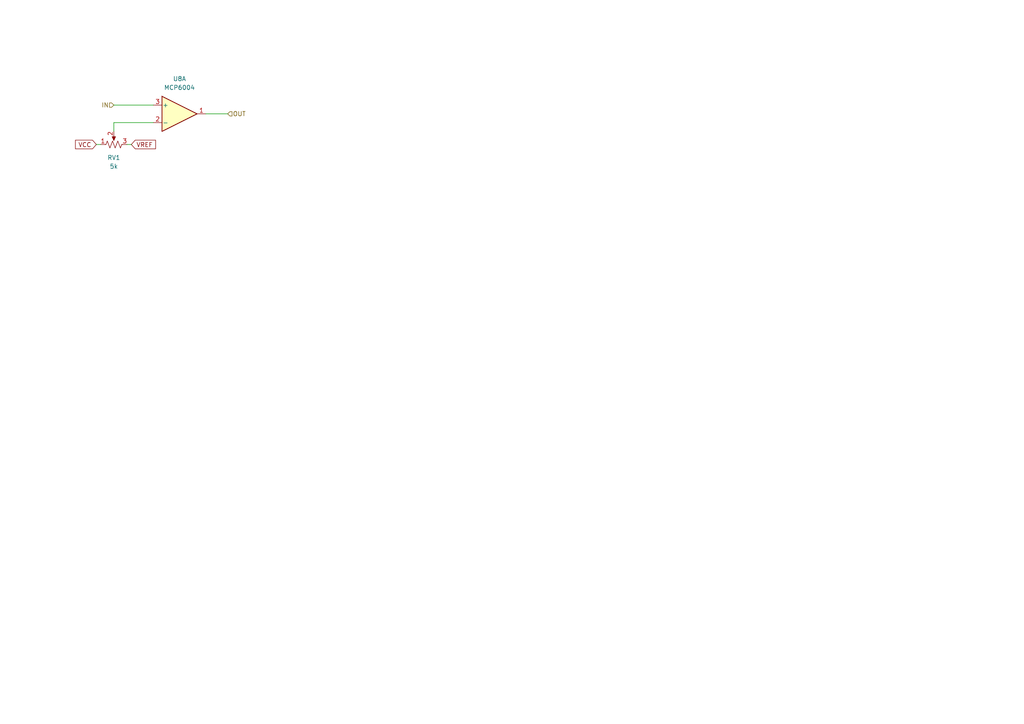
<source format=kicad_sch>
(kicad_sch (version 20250114) (generator "eeschema") (generator_version "9.0")
  (paper "A4")
  (lib_symbols
    (symbol "Amplifier_Operational:MCP6004" (pin_names (offset 0.127))
      (property "Reference" "U" (at 0 5.08 0))
      (property "Value" "MCP6004" (at 0 -5.08 0))
      (symbol "MCP6004_1_1"
        (polyline (pts (xy -5.08 5.08) (xy 5.08 0) (xy -5.08 -5.08) (xy -5.08 5.08)) (stroke (width 0.254)) (fill (type background)))
        (pin input line (at -7.62 2.54 0) (length 2.54) (name "+") (number "3"))
        (pin input line (at -7.62 -2.54 0) (length 2.54) (name "-") (number "2"))
        (pin output line (at 7.62 0 180) (length 2.54) (name "~") (number "1"))
      )
      (symbol "MCP6004_2_1"
        (polyline (pts (xy -5.08 5.08) (xy 5.08 0) (xy -5.08 -5.08) (xy -5.08 5.08)) (stroke (width 0.254)) (fill (type background)))
        (pin input line (at -7.62 2.54 0) (length 2.54) (name "+") (number "5"))
        (pin input line (at -7.62 -2.54 0) (length 2.54) (name "-") (number "6"))
        (pin output line (at 7.62 0 180) (length 2.54) (name "~") (number "7"))
      )
      (symbol "MCP6004_3_1"
        (polyline (pts (xy -5.08 5.08) (xy 5.08 0) (xy -5.08 -5.08) (xy -5.08 5.08)) (stroke (width 0.254)) (fill (type background)))
        (pin input line (at -7.62 2.54 0) (length 2.54) (name "+") (number "10"))
        (pin input line (at -7.62 -2.54 0) (length 2.54) (name "-") (number "9"))
        (pin output line (at 7.62 0 180) (length 2.54) (name "~") (number "8"))
      )
      (symbol "MCP6004_4_1"
        (polyline (pts (xy -5.08 5.08) (xy 5.08 0) (xy -5.08 -5.08) (xy -5.08 5.08)) (stroke (width 0.254)) (fill (type background)))
        (pin input line (at -7.62 2.54 0) (length 2.54) (name "+") (number "12"))
        (pin input line (at -7.62 -2.54 0) (length 2.54) (name "-") (number "13"))
        (pin output line (at 7.62 0 180) (length 2.54) (name "~") (number "14"))
      )
      (symbol "MCP6004_5_1"
        (pin power_in line (at -2.54 7.62 270) (length 3.81) (name "V+") (number "4"))
        (pin power_in line (at -2.54 -7.62 90) (length 3.81) (name "V-") (number "11"))
      )
    )
    (symbol "Device:R_Potentiometer_US" (pin_names (offset 1.016) (hide yes))
      (property "Reference" "RV" (at -4.445 0 90))
      (property "Value" "R_Potentiometer_US" (at -2.54 0 90))
      (symbol "R_Potentiometer_US_0_1"
        (polyline (pts (xy 0 2.54) (xy 0 2.286)))
        (polyline (pts (xy 0 2.286) (xy 1.016 1.905) (xy 0 1.524) (xy -1.016 1.143) (xy 0 0.762)))
        (polyline (pts (xy 0 0.762) (xy 1.016 0.381) (xy 0 0) (xy -1.016 -0.381) (xy 0 -0.762)))
        (polyline (pts (xy 0 -0.762) (xy 1.016 -1.143) (xy 0 -1.524) (xy -1.016 -1.905) (xy 0 -2.286)))
        (polyline (pts (xy 0 -2.286) (xy 0 -2.54)))
        (polyline (pts (xy 1.143 0) (xy 2.286 0.508) (xy 2.286 -0.508) (xy 1.143 0)) (fill (type outline)))
        (polyline (pts (xy 2.54 0) (xy 1.524 0)))
      )
      (symbol "R_Potentiometer_US_1_1"
        (pin passive line (at 0 3.81 270) (length 1.27) (name "1") (number "1"))
        (pin passive line (at 0 -3.81 90) (length 1.27) (name "3") (number "3"))
        (pin passive line (at 3.81 0 180) (length 1.27) (name "2") (number "2"))
      )
    )
  )
  (wire (pts (xy 33.02 30.48) (xy 44.45 30.48)))
  (wire (pts (xy 27.94 41.91) (xy 29.21 41.91)))
  (wire (pts (xy 33.02 35.56) (xy 44.45 35.56)))
  (wire (pts (xy 33.02 38.1) (xy 33.02 35.56)))
  (wire (pts (xy 38.1 41.91) (xy 36.83 41.91)))
  (wire (pts (xy 66.04 33.02) (xy 59.69 33.02)))
  (global_label "VREF" (shape input) (at 38.1 41.91 0) (property "Intersheetrefs" "${INTERSHEET_REFS}" (effects (hide yes))))
  (global_label "VCC" (shape input) (at 27.94 41.91 180) (property "Intersheetrefs" "${INTERSHEET_REFS}" (effects (hide yes))))
  (hierarchical_label "OUT" (shape input) (at 66.04 33.02 0))
  (hierarchical_label "IN" (shape input) (at 33.02 30.48 180))
  (symbol (lib_id "Device:R_Potentiometer_US") (at 33.02 41.91 90) (unit 1)
    (property "Reference" "RV1" (at 33.02 45.72 90))
    (property "Value" "5k" (at 33.02 48.26 90))
    (property "Description" "Potentiometer, US symbol" (effects (hide yes)))
    (property "Sim.Device" "R" (effects (hide yes)))
    (property "Sim.Type" "POT" (effects (hide yes)))
    (property "Sim.Pins" "1=r0 2=wiper 3=r1" (effects (hide yes)))
    (property "Sim.Params" "r=5k pos=0.832" (effects (hide yes)))
  )
  (symbol (lib_id "Amplifier_Operational:MCP6004") (at 52.07 33.02 0) (unit 1)
    (property "Reference" "U8" (at 52.07 22.86 0))
    (property "Value" "MCP6004" (at 52.07 25.4 0))
    (property "Datasheet" "http://ww1.microchip.com/downloads/en/DeviceDoc/21733j.pdf" (effects (hide yes)))
    (property "Description" "1MHz, Low-Power Op Amp, DIP-14/SOIC-14/TSSOP-14" (effects (hide yes)))
    (property "Sim.Library" "MCP6001.lib" (effects (hide yes)))
    (property "Sim.Name" "MCP6004" (effects (hide yes)))
    (property "Sim.Device" "SUBCKT" (effects (hide yes)))
    (property "Sim.Pins" "1=OUTA 2=A- 3=A+ 4=VDD 5=B+ 6=B- 7=OUTB 8=OUTC 9=C- 10=C+ 11=VSS 12=D+ 13=D- 14=OUTD" (effects (hide yes)))
  )
)
</source>
